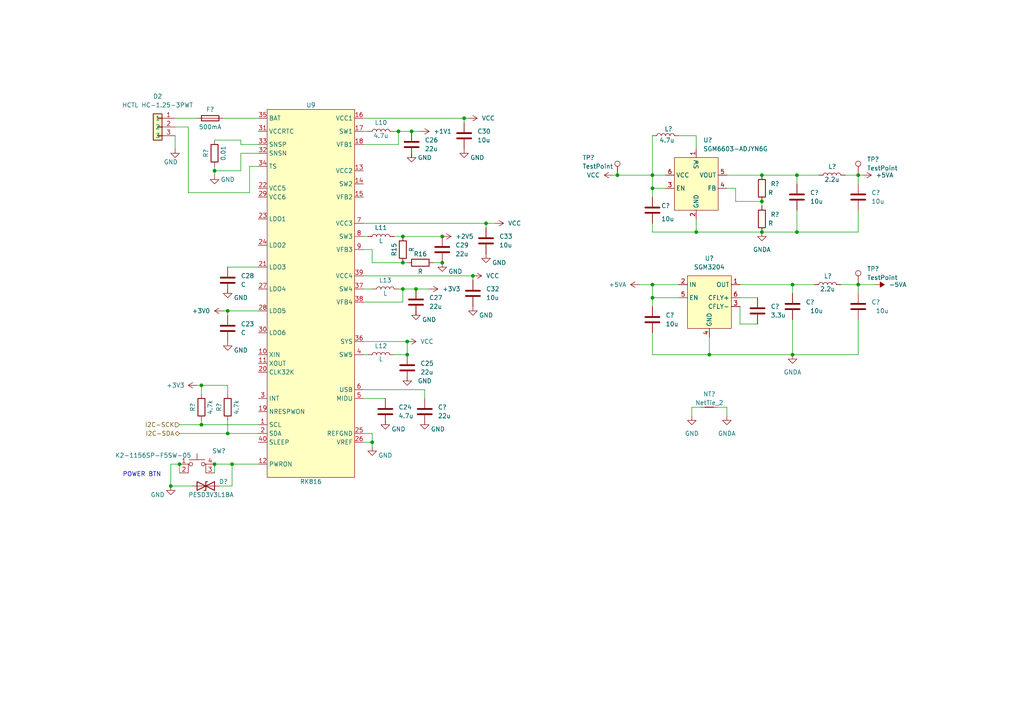
<source format=kicad_sch>
(kicad_sch (version 20211123) (generator eeschema)
  (paper "A4")
  (lib_symbols
    (symbol "Connector:TestPoint" (pin_numbers hide) (pin_names (offset 0.762) hide)
      (property "Reference" "TP" (at 0 6.858 0))
      (property "Value" "TestPoint" (at 0 5.08 0))
      (symbol "TestPoint_0_1"
        (circle (center 0 3.302) (radius 0.762))
      )
      (symbol "TestPoint_1_1"
        (pin passive line (at 0 0 90) (length 2.54) (name "1") (number "1"))
      )
    )
    (symbol "Device:NetTie_2" (pin_numbers hide) (pin_names (offset 0) hide)
      (property "Reference" "NT" (at 0 1.27 0))
      (property "Value" "NetTie_2" (at 0 -1.27 0))
      (symbol "NetTie_2_0_1"
        (polyline (pts (xy -1.27 0) (xy 1.27 0)) (stroke (width 0.254)))
      )
      (symbol "NetTie_2_1_1"
        (pin passive line (at -2.54 0 0) (length 2.54) (name "1") (number "1"))
        (pin passive line (at 2.54 0 180) (length 2.54) (name "2") (number "2"))
      )
    )
    (symbol "power:+1V1" (power) (pin_names (offset 0))
      (property "Value" "+1V1" (at 0 3.556 0))
      (symbol "+1V1_0_1"
        (polyline (pts (xy -0.762 1.27) (xy 0 2.54)))
        (polyline (pts (xy 0 0) (xy 0 2.54)))
        (polyline (pts (xy 0 2.54) (xy 0.762 1.27)))
      )
      (symbol "+1V1_1_1"
        (pin power_in line (at 0 0 90) (length 0) hide (name "+1V1") (number "1"))
      )
    )
    (symbol "power:+2V5" (power) (pin_names (offset 0))
      (property "Value" "+2V5" (at 0 3.556 0))
      (symbol "+2V5_0_1"
        (polyline (pts (xy -0.762 1.27) (xy 0 2.54)))
        (polyline (pts (xy 0 0) (xy 0 2.54)))
        (polyline (pts (xy 0 2.54) (xy 0.762 1.27)))
      )
      (symbol "+2V5_1_1"
        (pin power_in line (at 0 0 90) (length 0) hide (name "+2V5") (number "1"))
      )
    )
    (symbol "power:+3V0" (power) (pin_names (offset 0))
      (property "Value" "+3V0" (at 0 3.556 0))
      (symbol "+3V0_0_1"
        (polyline (pts (xy -0.762 1.27) (xy 0 2.54)))
        (polyline (pts (xy 0 0) (xy 0 2.54)))
        (polyline (pts (xy 0 2.54) (xy 0.762 1.27)))
      )
      (symbol "+3V0_1_1"
        (pin power_in line (at 0 0 90) (length 0) hide (name "+3V0") (number "1"))
      )
    )
    (symbol "power:+3V3" (power) (pin_names (offset 0))
      (property "Value" "+3V3" (at 0 3.556 0))
      (symbol "+3V3_0_1"
        (polyline (pts (xy -0.762 1.27) (xy 0 2.54)))
        (polyline (pts (xy 0 0) (xy 0 2.54)))
        (polyline (pts (xy 0 2.54) (xy 0.762 1.27)))
      )
      (symbol "+3V3_1_1"
        (pin power_in line (at 0 0 90) (length 0) hide (name "+3V3") (number "1"))
      )
    )
    (symbol "power:+5VA" (power) (pin_names (offset 0))
      (property "Value" "+5VA" (at 0 3.556 0))
      (symbol "+5VA_0_1"
        (polyline (pts (xy -0.762 1.27) (xy 0 2.54)))
        (polyline (pts (xy 0 0) (xy 0 2.54)))
        (polyline (pts (xy 0 2.54) (xy 0.762 1.27)))
      )
      (symbol "+5VA_1_1"
        (pin power_in line (at 0 0 90) (length 0) hide (name "+5VA") (number "1"))
      )
    )
    (symbol "power:-5VA" (power) (pin_names (offset 0))
      (property "Value" "-5VA" (at 0 3.81 0))
      (symbol "-5VA_0_0"
        (pin power_in line (at 0 0 90) (length 0) hide (name "-5VA") (number "1"))
      )
      (symbol "-5VA_0_1"
        (polyline (pts (xy 0 0) (xy 0 1.27) (xy 0.762 1.27) (xy 0 2.54) (xy -0.762 1.27) (xy 0 1.27)) (fill (type outline)))
      )
    )
    (symbol "power:GND" (power) (pin_names (offset 0))
      (property "Value" "GND" (at 0 -3.81 0))
      (symbol "GND_0_1"
        (polyline (pts (xy 0 0) (xy 0 -1.27) (xy 1.27 -1.27) (xy 0 -2.54) (xy -1.27 -1.27) (xy 0 -1.27)))
      )
      (symbol "GND_1_1"
        (pin power_in line (at 0 0 270) (length 0) hide (name "GND") (number "1"))
      )
    )
    (symbol "power:GNDA" (power) (pin_names (offset 0))
      (property "Value" "GNDA" (at 0 -3.81 0))
      (symbol "GNDA_0_1"
        (polyline (pts (xy 0 0) (xy 0 -1.27) (xy 1.27 -1.27) (xy 0 -2.54) (xy -1.27 -1.27) (xy 0 -1.27)))
      )
      (symbol "GNDA_1_1"
        (pin power_in line (at 0 0 270) (length 0) hide (name "GNDA") (number "1"))
      )
    )
    (symbol "power:VCC" (power) (pin_names (offset 0))
      (property "Value" "VCC" (at 0 3.81 0))
      (symbol "VCC_0_1"
        (polyline (pts (xy -0.762 1.27) (xy 0 2.54)))
        (polyline (pts (xy 0 0) (xy 0 2.54)))
        (polyline (pts (xy 0 2.54) (xy 0.762 1.27)))
      )
      (symbol "VCC_1_1"
        (pin power_in line (at 0 0 90) (length 0) hide (name "VCC") (number "1"))
      )
    )
    (symbol "rlib_buttons:K2-1156SP-F5SW-05" (pin_names (offset 1.016) hide)
      (property "Reference" "SW" (at 2.54 6.35 0))
      (property "Value" "K2-1156SP-F5SW-05" (at 0 -3.175 0))
      (symbol "K2-1156SP-F5SW-05_0_1"
        (circle (center -1.778 2.54) (radius 0.508))
        (polyline (pts (xy -2.286 3.81) (xy 2.286 3.81)))
        (polyline (pts (xy 0 3.81) (xy 0 5.588)))
        (polyline (pts (xy -2.54 0) (xy -2.54 2.54) (xy -2.286 2.54)))
        (polyline (pts (xy 2.54 0) (xy 2.54 2.54) (xy 2.286 2.54)))
        (circle (center 1.778 2.54) (radius 0.508))
        (pin passive line (at -5.08 2.54 0) (length 2.54) (name "1") (number "1"))
        (pin passive line (at -5.08 0 0) (length 2.54) (name "2") (number "2"))
        (pin passive line (at 5.08 0 180) (length 2.54) (name "K") (number "3"))
        (pin passive line (at 5.08 2.54 180) (length 2.54) (name "A") (number "4"))
      )
    )
    (symbol "rlib_connectors:HCTL HC-1.25-3PWT"
      (property "Reference" "D" (at 0 11.43 0))
      (property "Value" "HCTL HC-1.25-3PWT" (at 0 -6.35 0))
      (symbol "HCTL HC-1.25-3PWT_1_1"
        (rectangle (start -1.27 -2.413) (end 0 -2.667) (stroke (width 0.1524)))
        (rectangle (start -1.27 0.127) (end 0 -0.127) (stroke (width 0.1524)))
        (rectangle (start -1.27 2.667) (end 0 2.413) (stroke (width 0.1524)))
        (rectangle (start -1.27 3.81) (end 1.27 -3.81) (stroke (width 0.254)) (fill (type background)))
        (pin passive line (at -5.08 2.54 0) (length 3.81) (name "1") (number "1"))
        (pin passive line (at -5.08 0 0) (length 3.81) (name "2") (number "2"))
        (pin passive line (at -5.08 -2.54 0) (length 3.81) (name "3") (number "3"))
      )
    )
    (symbol "rlib_ic:RK816"
      (property "Reference" "U" (at 0 3.81 0))
      (property "Value" "RK816" (at 1.27 -105.41 0))
      (symbol "RK816_0_0"
        (pin input line (at -13.97 -88.9 0) (length 2.54) (name "SCL") (number "1"))
        (pin input line (at -13.97 -68.58 0) (length 2.54) (name "XIN") (number "10"))
        (pin output line (at -13.97 -71.12 0) (length 2.54) (name "XOUT") (number "11"))
        (pin input line (at -13.97 -100.33 0) (length 2.54) (name "PWRON") (number "12"))
        (pin power_in line (at 16.51 -15.24 180) (length 2.54) (name "VCC2") (number "13"))
        (pin output line (at 16.51 -19.05 180) (length 2.54) (name "SW2") (number "14"))
        (pin input line (at 16.51 -22.86 180) (length 2.54) (name "VFB2") (number "15"))
        (pin power_in line (at 16.51 0 180) (length 2.54) (name "VCC1") (number "16"))
        (pin output line (at 16.51 -3.81 180) (length 2.54) (name "SW1") (number "17"))
        (pin input line (at 16.51 -7.62 180) (length 2.54) (name "VFB1") (number "18"))
        (pin input line (at -13.97 -85.09 0) (length 2.54) (name "NRESPWON") (number "19"))
        (pin bidirectional line (at -13.97 -91.44 0) (length 2.54) (name "SDA") (number "2"))
        (pin open_collector line (at -13.97 -73.66 0) (length 2.54) (name "CLK32K") (number "20"))
        (pin power_out line (at -13.97 -43.18 0) (length 2.54) (name "LDO3") (number "21"))
        (pin power_in line (at -13.97 -20.32 0) (length 2.54) (name "VCC5") (number "22"))
        (pin power_out line (at -13.97 -29.21 0) (length 2.54) (name "LDO1") (number "23"))
        (pin power_out line (at -13.97 -36.83 0) (length 2.54) (name "LDO2") (number "24"))
        (pin power_in line (at 16.51 -91.44 180) (length 2.54) (name "REFGND") (number "25"))
        (pin power_in line (at 16.51 -93.98 180) (length 2.54) (name "VREF") (number "26"))
        (pin power_out line (at -13.97 -49.53 0) (length 2.54) (name "LDO4") (number "27"))
        (pin power_out line (at -13.97 -55.88 0) (length 2.54) (name "LDO5") (number "28"))
        (pin power_in line (at -13.97 -22.86 0) (length 2.54) (name "VCC6") (number "29"))
        (pin open_collector line (at -13.97 -81.28 0) (length 2.54) (name "INT") (number "3"))
        (pin power_out line (at -13.97 -62.23 0) (length 2.54) (name "LDO6") (number "30"))
        (pin power_in line (at -13.97 -3.81 0) (length 2.54) (name "VCCRTC") (number "31"))
        (pin input line (at -13.97 -10.16 0) (length 2.54) (name "SNSN") (number "32"))
        (pin input line (at -13.97 -7.62 0) (length 2.54) (name "SNSP") (number "33"))
        (pin input line (at -13.97 -13.97 0) (length 2.54) (name "TS") (number "34"))
        (pin power_in line (at -13.97 0 0) (length 2.54) (name "BAT") (number "35"))
        (pin power_out line (at 16.51 -64.77 180) (length 2.54) (name "SYS") (number "36"))
        (pin output line (at 16.51 -49.53 180) (length 2.54) (name "SW4") (number "37"))
        (pin input line (at 16.51 -53.34 180) (length 2.54) (name "VFB4") (number "38"))
        (pin power_in line (at 16.51 -45.72 180) (length 2.54) (name "VCC4") (number "39"))
        (pin input line (at 16.51 -68.58 180) (length 2.54) (name "SW5") (number "4"))
        (pin power_in line (at -13.97 -93.98 0) (length 2.54) (name "SLEEP") (number "40"))
        (pin output line (at 16.51 -81.28 180) (length 2.54) (name "MIDU") (number "5"))
        (pin input line (at 16.51 -78.74 180) (length 2.54) (name "USB") (number "6"))
        (pin power_in line (at 16.51 -30.48 180) (length 2.54) (name "VCC3") (number "7"))
        (pin output line (at 16.51 -34.29 180) (length 2.54) (name "SW3") (number "8"))
        (pin input line (at 16.51 -38.1 180) (length 2.54) (name "VFB3") (number "9"))
      )
      (symbol "RK816_0_1"
        (rectangle (start -11.43 2.54) (end 13.97 -104.14) (fill (type background)))
      )
    )
    (symbol "rlib_passive:C" (pin_numbers hide) (pin_names (offset 0.254))
      (property "Reference" "C" (at 0.635 2.54 0))
      (property "Value" "C" (at 0.635 -2.54 0))
      (symbol "C_0_1"
        (polyline (pts (xy -2.032 -0.762) (xy 2.032 -0.762)) (stroke (width 0.508)))
        (polyline (pts (xy -2.032 0.762) (xy 2.032 0.762)) (stroke (width 0.508)))
      )
      (symbol "C_1_1"
        (pin passive line (at 0 3.81 270) (length 2.794) (name "~") (number "1"))
        (pin passive line (at 0 -3.81 90) (length 2.794) (name "~") (number "2"))
      )
    )
    (symbol "rlib_passive:Fuse" (pin_numbers hide) (pin_names (offset 0))
      (property "Reference" "F" (at 2.032 0 90))
      (property "Value" "Fuse" (at -1.905 0 90))
      (symbol "Fuse_0_1"
        (rectangle (start -0.762 -2.54) (end 0.762 2.54) (stroke (width 0.254)))
        (polyline (pts (xy 0 2.54) (xy 0 -2.54)))
      )
      (symbol "Fuse_1_1"
        (pin passive line (at 0 3.81 270) (length 1.27) (name "~") (number "1"))
        (pin passive line (at 0 -3.81 90) (length 1.27) (name "~") (number "2"))
      )
    )
    (symbol "rlib_passive:L" (pin_numbers hide) (pin_names (offset 1.016) hide)
      (property "Reference" "L" (at -1.27 0 90))
      (property "Value" "L" (at 1.905 0 90))
      (symbol "L_0_1"
        (arc (start 0 -2.54) (mid 0.635 -1.905) (end 0 -1.27))
        (arc (start 0 -1.27) (mid 0.635 -0.635) (end 0 0))
        (arc (start 0 0) (mid 0.635 0.635) (end 0 1.27))
        (arc (start 0 1.27) (mid 0.635 1.905) (end 0 2.54))
      )
      (symbol "L_1_1"
        (pin passive line (at 0 3.81 270) (length 1.27) (name "1") (number "1"))
        (pin passive line (at 0 -3.81 90) (length 1.27) (name "2") (number "2"))
      )
    )
    (symbol "rlib_passive:PESD3V3L1BA" (pin_numbers hide) (pin_names (offset 1.016) hide)
      (property "Reference" "D" (at 0 2.54 0))
      (property "Value" "PESD3V3L1BA" (at 0 -2.54 0))
      (symbol "PESD3V3L1BA_0_1"
        (polyline (pts (xy 1.27 0) (xy -1.27 0)))
        (polyline (pts (xy 0.508 1.27) (xy 0 1.27) (xy 0 -1.27) (xy -0.508 -1.27)) (stroke (width 0.254)))
        (polyline (pts (xy -2.54 1.27) (xy -2.54 -1.27) (xy 2.54 1.27) (xy 2.54 -1.27) (xy -2.54 1.27)) (stroke (width 0.254)))
      )
      (symbol "PESD3V3L1BA_1_1"
        (pin passive line (at -3.81 0 0) (length 2.54) (name "A1") (number "1"))
        (pin passive line (at 3.81 0 180) (length 2.54) (name "A2") (number "2"))
      )
    )
    (symbol "rlib_passive:R" (pin_numbers hide) (pin_names (offset 0))
      (property "Reference" "R" (at 2.032 0 90))
      (property "Value" "R" (at 0 0 90))
      (symbol "R_0_1"
        (rectangle (start -1.016 -2.54) (end 1.016 2.54) (stroke (width 0.254)))
      )
      (symbol "R_1_1"
        (pin passive line (at 0 3.81 270) (length 1.27) (name "~") (number "1"))
        (pin passive line (at 0 -3.81 90) (length 1.27) (name "~") (number "2"))
      )
    )
    (symbol "rlib_power:SGM3204"
      (property "Reference" "U" (at 0 8.89 0))
      (property "Value" "SGM3204" (at 6.35 -8.89 0))
      (symbol "SGM3204_0_0"
        (pin power_out line (at 8.89 5.08 180) (length 2.54) (name "OUT") (number "1"))
        (pin power_in line (at -8.89 5.08 0) (length 2.54) (name "IN") (number "2"))
        (pin output line (at 8.89 -1.27 180) (length 2.54) (name "CFLY-") (number "3"))
        (pin power_in line (at 0 -10.16 90) (length 2.54) (name "GND") (number "4"))
        (pin input line (at -8.89 1.27 0) (length 2.54) (name "EN") (number "5"))
        (pin input line (at 8.89 1.27 180) (length 2.54) (name "CFLY+") (number "6"))
      )
      (symbol "SGM3204_0_1"
        (rectangle (start -6.35 7.62) (end 6.35 -7.62) (fill (type background)))
      )
    )
    (symbol "rlib_power:SGM6603-ADJYN6G"
      (property "Reference" "U" (at 2.54 6.35 0))
      (property "Value" "SGM6603-ADJYN6G" (at 11.43 -11.43 0))
      (symbol "SGM6603-ADJYN6G_0_0"
        (pin input line (at 0 7.62 270) (length 2.54) (name "SW") (number "1"))
        (pin power_in line (at 0 -12.7 90) (length 2.54) (name "GND") (number "2"))
        (pin input line (at -8.89 -3.81 0) (length 2.54) (name "EN") (number "3"))
        (pin input line (at 8.89 -3.81 180) (length 2.54) (name "FB") (number "4"))
        (pin power_out line (at 8.89 0 180) (length 2.54) (name "VOUT") (number "5"))
        (pin power_in line (at -8.89 0 0) (length 2.54) (name "VCC") (number "6"))
      )
      (symbol "SGM6603-ADJYN6G_0_1"
        (rectangle (start -6.35 5.08) (end 6.35 -10.16) (fill (type background)))
      )
    )
  )
  (junction (at 52.07 134.62))
  (junction (at 220.98 67.31))
  (junction (at 119.38 38.1))
  (junction (at 128.27 68.58))
  (junction (at 189.23 86.36))
  (junction (at 229.87 102.87))
  (junction (at 220.98 58.42))
  (junction (at 189.23 82.55))
  (junction (at 116.84 76.2))
  (junction (at 116.84 83.82))
  (junction (at 67.31 134.62))
  (junction (at 248.92 82.55))
  (junction (at 137.16 80.01))
  (junction (at 49.53 140.97))
  (junction (at 62.23 134.62))
  (junction (at 120.65 83.82))
  (junction (at 62.23 49.53))
  (junction (at 179.07 50.8))
  (junction (at 189.23 54.61))
  (junction (at 118.11 102.87))
  (junction (at 58.42 111.76))
  (junction (at 107.95 128.27))
  (junction (at 118.11 99.06))
  (junction (at 134.62 34.29))
  (junction (at 231.14 67.31))
  (junction (at 231.14 50.8))
  (junction (at 220.98 50.8))
  (junction (at 140.97 64.77))
  (junction (at 229.87 82.55))
  (junction (at 66.04 125.73))
  (junction (at 128.27 76.2))
  (junction (at 205.74 102.87))
  (junction (at 66.04 90.17))
  (junction (at 115.57 38.1))
  (junction (at 201.93 67.31))
  (junction (at 248.92 50.8))
  (junction (at 58.42 123.19))
  (junction (at 116.84 68.58))
  (junction (at 189.23 50.8))
  (wire (pts (xy 116.84 83.82) (xy 120.65 83.82)))
  (wire (pts (xy 115.57 41.91) (xy 115.57 38.1)))
  (wire (pts (xy 123.19 113.03) (xy 123.19 115.57)))
  (wire (pts (xy 72.39 48.26) (xy 74.93 48.26)))
  (wire (pts (xy 134.62 34.29) (xy 135.89 34.29)))
  (wire (pts (xy 115.57 83.82) (xy 116.84 83.82)))
  (wire (pts (xy 105.41 80.01) (xy 137.16 80.01)))
  (wire (pts (xy 213.36 58.42) (xy 220.98 58.42)))
  (wire (pts (xy 231.14 50.8) (xy 237.49 50.8)))
  (wire (pts (xy 69.85 40.64) (xy 69.85 41.91)))
  (wire (pts (xy 62.23 49.53) (xy 69.85 49.53)))
  (wire (pts (xy 119.38 38.1) (xy 121.92 38.1)))
  (wire (pts (xy 62.23 48.26) (xy 62.23 49.53)))
  (wire (pts (xy 179.07 50.8) (xy 189.23 50.8)))
  (wire (pts (xy 66.04 125.73) (xy 74.93 125.73)))
  (wire (pts (xy 248.92 60.96) (xy 248.92 67.31)))
  (wire (pts (xy 213.36 54.61) (xy 213.36 58.42)))
  (wire (pts (xy 205.74 102.87) (xy 229.87 102.87)))
  (wire (pts (xy 66.04 77.47) (xy 74.93 77.47)))
  (wire (pts (xy 111.76 121.92) (xy 111.76 123.19)))
  (wire (pts (xy 214.63 82.55) (xy 229.87 82.55)))
  (wire (pts (xy 229.87 92.71) (xy 229.87 102.87)))
  (wire (pts (xy 62.23 134.62) (xy 67.31 134.62)))
  (wire (pts (xy 248.92 102.87) (xy 229.87 102.87)))
  (wire (pts (xy 189.23 50.8) (xy 193.04 50.8)))
  (wire (pts (xy 200.66 120.65) (xy 200.66 118.11)))
  (wire (pts (xy 72.39 55.88) (xy 72.39 48.26)))
  (wire (pts (xy 205.74 102.87) (xy 205.74 97.79)))
  (wire (pts (xy 189.23 54.61) (xy 189.23 50.8)))
  (wire (pts (xy 250.19 50.8) (xy 248.92 50.8)))
  (wire (pts (xy 201.93 67.31) (xy 220.98 67.31)))
  (wire (pts (xy 57.15 111.76) (xy 58.42 111.76)))
  (wire (pts (xy 105.41 102.87) (xy 106.68 102.87)))
  (wire (pts (xy 134.62 35.56) (xy 134.62 34.29)))
  (wire (pts (xy 66.04 111.76) (xy 66.04 114.3)))
  (wire (pts (xy 69.85 49.53) (xy 69.85 44.45)))
  (wire (pts (xy 105.41 64.77) (xy 140.97 64.77)))
  (wire (pts (xy 189.23 82.55) (xy 196.85 82.55)))
  (wire (pts (xy 140.97 66.04) (xy 140.97 64.77)))
  (wire (pts (xy 111.76 115.57) (xy 105.41 115.57)))
  (wire (pts (xy 231.14 67.31) (xy 220.98 67.31)))
  (wire (pts (xy 107.95 125.73) (xy 107.95 128.27)))
  (wire (pts (xy 49.53 134.62) (xy 52.07 134.62)))
  (wire (pts (xy 220.98 58.42) (xy 220.98 59.69)))
  (wire (pts (xy 50.8 39.37) (xy 50.8 43.18)))
  (wire (pts (xy 52.07 123.19) (xy 58.42 123.19)))
  (wire (pts (xy 58.42 111.76) (xy 66.04 111.76)))
  (wire (pts (xy 185.42 82.55) (xy 189.23 82.55)))
  (wire (pts (xy 64.77 34.29) (xy 74.93 34.29)))
  (wire (pts (xy 229.87 82.55) (xy 236.22 82.55)))
  (wire (pts (xy 123.19 121.92) (xy 123.19 123.19)))
  (wire (pts (xy 214.63 93.98) (xy 219.71 93.98)))
  (wire (pts (xy 137.16 81.28) (xy 137.16 80.01)))
  (wire (pts (xy 231.14 50.8) (xy 220.98 50.8)))
  (wire (pts (xy 248.92 82.55) (xy 254 82.55)))
  (wire (pts (xy 189.23 67.31) (xy 201.93 67.31)))
  (wire (pts (xy 69.85 41.91) (xy 74.93 41.91)))
  (wire (pts (xy 210.82 118.11) (xy 210.82 120.65)))
  (wire (pts (xy 118.11 109.22) (xy 118.11 110.49)))
  (wire (pts (xy 201.93 39.37) (xy 196.85 39.37)))
  (wire (pts (xy 125.73 76.2) (xy 128.27 76.2)))
  (wire (pts (xy 66.04 121.92) (xy 66.04 125.73)))
  (wire (pts (xy 245.11 50.8) (xy 248.92 50.8)))
  (wire (pts (xy 189.23 96.52) (xy 189.23 102.87)))
  (wire (pts (xy 50.8 34.29) (xy 57.15 34.29)))
  (wire (pts (xy 66.04 83.82) (xy 66.04 85.09)))
  (wire (pts (xy 229.87 82.55) (xy 229.87 85.09)))
  (wire (pts (xy 105.41 125.73) (xy 107.95 125.73)))
  (wire (pts (xy 201.93 43.18) (xy 201.93 39.37)))
  (wire (pts (xy 189.23 82.55) (xy 189.23 86.36)))
  (wire (pts (xy 243.84 82.55) (xy 248.92 82.55)))
  (wire (pts (xy 107.95 76.2) (xy 116.84 76.2)))
  (wire (pts (xy 107.95 72.39) (xy 107.95 76.2)))
  (wire (pts (xy 67.31 134.62) (xy 74.93 134.62)))
  (wire (pts (xy 201.93 63.5) (xy 201.93 67.31)))
  (wire (pts (xy 52.07 125.73) (xy 66.04 125.73)))
  (wire (pts (xy 189.23 86.36) (xy 196.85 86.36)))
  (wire (pts (xy 120.65 83.82) (xy 124.46 83.82)))
  (wire (pts (xy 105.41 68.58) (xy 106.68 68.58)))
  (wire (pts (xy 115.57 38.1) (xy 119.38 38.1)))
  (wire (pts (xy 107.95 128.27) (xy 105.41 128.27)))
  (wire (pts (xy 107.95 129.54) (xy 107.95 128.27)))
  (wire (pts (xy 118.11 99.06) (xy 118.11 102.87)))
  (wire (pts (xy 214.63 86.36) (xy 219.71 86.36)))
  (wire (pts (xy 105.41 87.63) (xy 116.84 87.63)))
  (wire (pts (xy 193.04 54.61) (xy 189.23 54.61)))
  (wire (pts (xy 189.23 86.36) (xy 189.23 88.9)))
  (wire (pts (xy 214.63 88.9) (xy 214.63 93.98)))
  (wire (pts (xy 64.77 90.17) (xy 66.04 90.17)))
  (wire (pts (xy 63.5 140.97) (xy 67.31 140.97)))
  (wire (pts (xy 58.42 114.3) (xy 58.42 111.76)))
  (wire (pts (xy 105.41 41.91) (xy 115.57 41.91)))
  (wire (pts (xy 189.23 54.61) (xy 189.23 57.15)))
  (wire (pts (xy 105.41 113.03) (xy 123.19 113.03)))
  (wire (pts (xy 210.82 54.61) (xy 213.36 54.61)))
  (wire (pts (xy 114.3 68.58) (xy 116.84 68.58)))
  (wire (pts (xy 67.31 134.62) (xy 67.31 140.97)))
  (wire (pts (xy 189.23 102.87) (xy 205.74 102.87)))
  (wire (pts (xy 52.07 134.62) (xy 52.07 137.16)))
  (wire (pts (xy 49.53 140.97) (xy 49.53 134.62)))
  (wire (pts (xy 66.04 90.17) (xy 74.93 90.17)))
  (wire (pts (xy 50.8 36.83) (xy 54.61 36.83)))
  (wire (pts (xy 116.84 68.58) (xy 128.27 68.58)))
  (wire (pts (xy 105.41 38.1) (xy 106.68 38.1)))
  (wire (pts (xy 189.23 39.37) (xy 189.23 50.8)))
  (wire (pts (xy 69.85 44.45) (xy 74.93 44.45)))
  (wire (pts (xy 105.41 83.82) (xy 107.95 83.82)))
  (wire (pts (xy 62.23 40.64) (xy 69.85 40.64)))
  (wire (pts (xy 116.84 87.63) (xy 116.84 83.82)))
  (wire (pts (xy 248.92 67.31) (xy 231.14 67.31)))
  (wire (pts (xy 248.92 50.8) (xy 248.92 53.34)))
  (wire (pts (xy 119.38 44.45) (xy 119.38 45.72)))
  (wire (pts (xy 231.14 60.96) (xy 231.14 67.31)))
  (wire (pts (xy 248.92 82.55) (xy 248.92 85.09)))
  (wire (pts (xy 116.84 76.2) (xy 118.11 76.2)))
  (wire (pts (xy 105.41 99.06) (xy 118.11 99.06)))
  (wire (pts (xy 248.92 92.71) (xy 248.92 102.87)))
  (wire (pts (xy 114.3 38.1) (xy 115.57 38.1)))
  (wire (pts (xy 120.65 90.17) (xy 120.65 91.44)))
  (wire (pts (xy 200.66 118.11) (xy 203.2 118.11)))
  (wire (pts (xy 143.51 64.77) (xy 140.97 64.77)))
  (wire (pts (xy 208.28 118.11) (xy 210.82 118.11)))
  (wire (pts (xy 55.88 140.97) (xy 49.53 140.97)))
  (wire (pts (xy 54.61 36.83) (xy 54.61 55.88)))
  (wire (pts (xy 105.41 34.29) (xy 134.62 34.29)))
  (wire (pts (xy 66.04 91.44) (xy 66.04 90.17)))
  (wire (pts (xy 210.82 50.8) (xy 220.98 50.8)))
  (wire (pts (xy 177.8 50.8) (xy 179.07 50.8)))
  (wire (pts (xy 105.41 72.39) (xy 107.95 72.39)))
  (wire (pts (xy 54.61 55.88) (xy 72.39 55.88)))
  (wire (pts (xy 62.23 134.62) (xy 62.23 137.16)))
  (wire (pts (xy 58.42 123.19) (xy 74.93 123.19)))
  (wire (pts (xy 62.23 49.53) (xy 62.23 50.8)))
  (wire (pts (xy 231.14 50.8) (xy 231.14 53.34)))
  (wire (pts (xy 189.23 64.77) (xy 189.23 67.31)))
  (wire (pts (xy 58.42 121.92) (xy 58.42 123.19)))
  (wire (pts (xy 118.11 102.87) (xy 114.3 102.87)))
  (text "POWER BTN" (at 35.56 138.43 0) (effects (font (size 1.27 1.27)) (justify left bottom)))
  (hierarchical_label "I2C-SCK" (shape input) (at 52.07 123.19 180))
  (hierarchical_label "I2C-SDA" (shape bidirectional) (at 52.07 125.73 180))
  (symbol (lib_id "power:GND") (at 123.19 121.92 0) (unit 1)
    (property "Reference" "#PWR?" (effects hide))
    (property "Value" "GND" (at 127 124.46 0))
  )
  (symbol (lib_id "rlib_passive:C") (at 248.92 57.15 0) (unit 1)
    (property "Reference" "C?" (at 252.73 55.8799 0) (effects (justify left)))
    (property "Value" "10u" (at 252.73 58.4199 0) (effects (justify left)))
  )
  (symbol (lib_id "rlib_passive:Fuse") (at 60.96 34.29 90) (unit 1)
    (property "Reference" "F?" (at 60.96 31.75 90))
    (property "Value" "500mA" (at 60.96 36.83 90))
    (property "Footprint" "rlib_passive:FUSC3216X85N" (effects hide))
  )
  (symbol (lib_id "power:+3V3") (at 124.46 83.82 270) (unit 1)
    (property "Reference" "#PWR0132" (effects hide))
    (property "Value" "+3V3" (at 128.27 83.8199 90) (effects (justify left)))
  )
  (symbol (lib_id "power:GND") (at 66.04 83.82 0) (unit 1)
    (property "Reference" "#PWR0127" (effects hide))
    (property "Value" "GND" (at 69.85 86.36 0))
  )
  (symbol (lib_id "rlib_passive:C") (at 219.71 90.17 0) (unit 1)
    (property "Reference" "C?" (at 223.52 88.8999 0) (effects (justify left)))
    (property "Value" "3.3u" (at 223.52 91.4399 0) (effects (justify left)))
  )
  (symbol (lib_id "power:VCC") (at 135.89 34.29 270) (unit 1)
    (property "Reference" "#PWR0144" (effects hide))
    (property "Value" "VCC" (at 139.7 34.2899 90) (effects (justify left)))
  )
  (symbol (lib_id "power:GND") (at 140.97 73.66 0) (unit 1)
    (property "Reference" "#PWR0134" (effects hide))
    (property "Value" "GND" (at 144.78 76.2 0))
  )
  (symbol (lib_id "power:GND") (at 118.11 109.22 0) (unit 1)
    (property "Reference" "#PWR0137" (effects hide))
    (property "Value" "GND" (at 123.19 110.49 0))
  )
  (symbol (lib_id "rlib_buttons:K2-1156SP-F5SW-05") (at 57.15 137.16 0) (unit 1)
    (property "Reference" "SW?" (at 63.5 130.81 0))
    (property "Value" "K2-1156SP-F5SW-05" (at 44.45 132.08 0))
    (property "Footprint" "rlib_buttons:K2-1156SP-F5SW-05" (effects hide))
  )
  (symbol (lib_id "power:GND") (at 200.66 120.65 0) (unit 1)
    (property "Reference" "#PWR?" (effects hide))
    (property "Value" "GND" (at 200.66 125.73 0))
  )
  (symbol (lib_id "power:+2V5") (at 128.27 68.58 270) (unit 1)
    (property "Reference" "#PWR0130" (effects hide))
    (property "Value" "+2V5" (at 132.08 68.5799 90) (effects (justify left)))
  )
  (symbol (lib_id "rlib_passive:L") (at 193.04 39.37 90) (unit 1)
    (property "Reference" "L?" (at 193.8924 37.4122 90))
    (property "Value" "4.7u" (at 193.4551 40.6915 90))
    (property "Footprint" "rlib_passive:IND_LQH32PN4R7NN0L" (effects hide))
  )
  (symbol (lib_id "power:+3V3") (at 57.15 111.76 90) (unit 1)
    (property "Reference" "#PWR?" (effects hide))
    (property "Value" "+3V3" (at 48.26 111.76 90) (effects (justify right)))
  )
  (symbol (lib_id "rlib_passive:L") (at 240.03 82.55 90) (unit 1)
    (property "Reference" "L?" (at 240.1172 80.0751 90))
    (property "Value" "2.2u" (at 240.03 83.82 90))
    (property "Footprint" "rlib_passive:IND_LQH32PN4R7NN0L" (effects hide))
  )
  (symbol (lib_id "power:GND") (at 128.27 76.2 0) (unit 1)
    (property "Reference" "#PWR0131" (effects hide))
    (property "Value" "GND" (at 132.08 78.74 0))
  )
  (symbol (lib_id "power:GND") (at 137.16 88.9 0) (unit 1)
    (property "Reference" "#PWR0128" (effects hide))
    (property "Value" "GND" (at 140.97 91.44 0))
  )
  (symbol (lib_id "power:GNDA") (at 229.87 102.87 0) (unit 1)
    (property "Reference" "#PWR?" (effects hide))
    (property "Value" "GNDA" (at 229.87 107.95 0))
  )
  (symbol (lib_id "rlib_passive:L") (at 241.3 50.8 90) (unit 1)
    (property "Reference" "L?" (at 241.3872 48.3251 90))
    (property "Value" "2.2u" (at 241.3 52.07 90))
    (property "Footprint" "rlib_passive:IND_LQH32PN4R7NN0L" (effects hide))
  )
  (symbol (lib_id "power:GND") (at 66.04 99.06 0) (unit 1)
    (property "Reference" "#PWR0139" (effects hide))
    (property "Value" "GND" (at 69.85 101.6 0))
  )
  (symbol (lib_id "rlib_passive:C") (at 231.14 57.15 0) (unit 1)
    (property "Reference" "C?" (at 234.95 55.8799 0) (effects (justify left)))
    (property "Value" "10u" (at 234.95 58.4199 0) (effects (justify left)))
  )
  (symbol (lib_id "power:GND") (at 107.95 129.54 0) (unit 1)
    (property "Reference" "#PWR0142" (effects hide))
    (property "Value" "GND" (at 111.76 132.08 0))
  )
  (symbol (lib_id "rlib_passive:L") (at 110.49 102.87 90) (unit 1)
    (property "Reference" "L12" (at 110.49 100.33 90))
    (property "Value" "L" (at 110.49 104.14 90))
    (property "Footprint" "rlib_passive:INDC2520X120N" (effects hide))
  )
  (symbol (lib_id "rlib_passive:R") (at 62.23 44.45 180) (unit 1)
    (property "Reference" "R?" (at 59.69 44.45 90))
    (property "Value" "0.01" (at 64.77 44.45 90))
  )
  (symbol (lib_id "rlib_passive:L") (at 110.49 68.58 90) (unit 1)
    (property "Reference" "L11" (at 110.49 66.04 90))
    (property "Value" "L" (at 110.49 69.85 90))
    (property "Footprint" "rlib_passive:INDC2520X120N" (effects hide))
  )
  (symbol (lib_id "power:VCC") (at 118.11 99.06 270) (unit 1)
    (property "Reference" "#PWR0138" (effects hide))
    (property "Value" "VCC" (at 121.92 99.0599 90) (effects (justify left)))
  )
  (symbol (lib_id "power:GND") (at 49.53 140.97 0) (unit 1)
    (property "Reference" "#PWR?" (effects hide))
    (property "Value" "GND" (at 45.72 143.51 0))
  )
  (symbol (lib_id "rlib_passive:C") (at 134.62 39.37 0) (unit 1)
    (property "Reference" "C30" (at 138.43 38.0999 0) (effects (justify left)))
    (property "Value" "10u" (at 138.43 40.6399 0) (effects (justify left)))
  )
  (symbol (lib_id "power:GNDA") (at 220.98 67.31 0) (unit 1)
    (property "Reference" "#PWR?" (effects hide))
    (property "Value" "GNDA" (at 220.98 72.39 0))
  )
  (symbol (lib_id "rlib_passive:R") (at 66.04 118.11 180) (unit 1)
    (property "Reference" "R?" (at 63.5 118.11 90))
    (property "Value" "4.7k" (at 68.58 118.11 90))
  )
  (symbol (lib_id "rlib_passive:C") (at 111.76 119.38 0) (unit 1)
    (property "Reference" "C24" (at 115.57 118.1099 0) (effects (justify left)))
    (property "Value" "4.7u" (at 115.57 120.6499 0) (effects (justify left)))
  )
  (symbol (lib_id "rlib_passive:R") (at 116.84 72.39 180) (unit 1)
    (property "Reference" "R15" (at 114.3 72.39 90))
    (property "Value" "R" (at 119.38 72.39 90))
  )
  (symbol (lib_id "rlib_passive:C") (at 119.38 41.91 0) (unit 1)
    (property "Reference" "C26" (at 123.19 40.6399 0) (effects (justify left)))
    (property "Value" "22u" (at 123.19 43.1799 0) (effects (justify left)))
  )
  (symbol (lib_id "rlib_passive:C") (at 140.97 69.85 0) (unit 1)
    (property "Reference" "C33" (at 144.78 68.5799 0) (effects (justify left)))
    (property "Value" "10u" (at 144.78 71.1199 0) (effects (justify left)))
  )
  (symbol (lib_id "Connector:TestPoint") (at 248.92 50.8 0) (unit 1)
    (property "Reference" "TP?" (at 251.46 46.2279 0) (effects (justify left)))
    (property "Value" "TestPoint" (at 251.46 48.7679 0) (effects (justify left)))
  )
  (symbol (lib_id "power:+1V1") (at 121.92 38.1 270) (unit 1)
    (property "Reference" "#PWR0213" (effects hide))
    (property "Value" "+1V1" (at 125.73 38.0999 90) (effects (justify left)))
  )
  (symbol (lib_id "power:GND") (at 134.62 43.18 0) (unit 1)
    (property "Reference" "#PWR0199" (effects hide))
    (property "Value" "GND" (at 138.43 45.72 0))
  )
  (symbol (lib_id "rlib_passive:R") (at 58.42 118.11 180) (unit 1)
    (property "Reference" "R?" (at 55.88 118.11 90))
    (property "Value" "4.7k" (at 60.96 118.11 90))
  )
  (symbol (lib_id "rlib_passive:C") (at 128.27 72.39 0) (unit 1)
    (property "Reference" "C29" (at 132.08 71.1199 0) (effects (justify left)))
    (property "Value" "22u" (at 132.08 73.6599 0) (effects (justify left)))
  )
  (symbol (lib_id "power:GND") (at 111.76 121.92 0) (unit 1)
    (property "Reference" "#PWR0141" (effects hide))
    (property "Value" "GND" (at 115.57 124.46 0))
  )
  (symbol (lib_id "power:VCC") (at 143.51 64.77 270) (unit 1)
    (property "Reference" "#PWR0135" (effects hide))
    (property "Value" "VCC" (at 147.32 64.7699 90) (effects (justify left)))
  )
  (symbol (lib_id "rlib_passive:C") (at 189.23 92.71 0) (unit 1)
    (property "Reference" "C?" (at 193.04 91.4399 0) (effects (justify left)))
    (property "Value" "10u" (at 193.04 93.9799 0) (effects (justify left)))
  )
  (symbol (lib_id "Device:NetTie_2") (at 205.74 118.11 0) (unit 1)
    (property "Reference" "NT?" (at 205.74 114.3 0))
    (property "Value" "NetTie_2" (at 205.74 116.84 0))
  )
  (symbol (lib_id "power:+3V0") (at 64.77 90.17 90) (unit 1)
    (property "Reference" "#PWR0140" (effects hide))
    (property "Value" "+3V0" (at 60.96 90.1699 90) (effects (justify left)))
  )
  (symbol (lib_id "rlib_passive:R") (at 220.98 54.61 180) (unit 1)
    (property "Reference" "R?" (at 224.79 53.34 0))
    (property "Value" "R" (at 223.52 55.88 0))
  )
  (symbol (lib_id "rlib_passive:C") (at 189.23 60.96 0) (unit 1)
    (property "Reference" "C?" (at 191.77 59.69 0) (effects (justify left)))
    (property "Value" "10u" (at 191.77 63.5 0) (effects (justify left)))
  )
  (symbol (lib_id "power:VCC") (at 177.8 50.8 90) (mirror x) (unit 1)
    (property "Reference" "#PWR?" (effects hide))
    (property "Value" "VCC" (at 170.18 50.8 90) (effects (justify right)))
  )
  (symbol (lib_id "power:GND") (at 119.38 44.45 0) (unit 1)
    (property "Reference" "#PWR0212" (effects hide))
    (property "Value" "GND" (at 123.19 45.72 0))
  )
  (symbol (lib_id "rlib_power:SGM6603-ADJYN6G") (at 201.93 50.8 0) (unit 1)
    (property "Reference" "U?" (at 203.9494 40.64 0) (effects (justify left)))
    (property "Value" "SGM6603-ADJYN6G" (at 203.9494 43.18 0) (effects (justify left)))
    (property "Footprint" "rlib_power:SOT-23-6" (effects hide))
    (property "Datasheet" "${RLIB}/power/datasheets/SGM6603.pdf" (effects hide))
  )
  (symbol (lib_id "power:-5VA") (at 254 82.55 270) (unit 1)
    (property "Reference" "#PWR?" (effects hide))
    (property "Value" "-5VA" (at 257.81 82.5499 90) (effects (justify left)))
  )
  (symbol (lib_id "rlib_passive:C") (at 248.92 88.9 0) (unit 1)
    (property "Reference" "C?" (at 252.73 87.63 0) (effects (justify left)))
    (property "Value" "10u" (at 254 90.17 0) (effects (justify left)))
  )
  (symbol (lib_id "power:+5VA") (at 250.19 50.8 270) (unit 1)
    (property "Reference" "#PWR?" (effects hide))
    (property "Value" "+5VA" (at 254 50.7999 90) (effects (justify left)))
  )
  (symbol (lib_id "rlib_passive:C") (at 66.04 95.25 0) (unit 1)
    (property "Reference" "C23" (at 69.85 93.9799 0) (effects (justify left)))
    (property "Value" "C" (at 69.85 96.5199 0) (effects (justify left)))
  )
  (symbol (lib_id "rlib_power:SGM3204") (at 205.74 87.63 0) (unit 1)
    (property "Reference" "U?" (at 205.74 74.93 0))
    (property "Value" "SGM3204" (at 205.74 77.47 0))
    (property "Footprint" "rlib_power:SOT-23-6" (effects hide))
    (property "Datasheet" "${RLIB}/power/datasheets/SGM3204.pdf" (effects hide))
  )
  (symbol (lib_id "rlib_passive:L") (at 110.49 38.1 90) (unit 1)
    (property "Reference" "L10" (at 110.49 35.56 90))
    (property "Value" "4.7u" (at 110.49 39.37 90))
    (property "Footprint" "rlib_passive:IND_LQH32PN4R7NN0L" (effects hide))
  )
  (symbol (lib_id "rlib_passive:L") (at 111.76 83.82 90) (unit 1)
    (property "Reference" "L13" (at 111.76 81.28 90))
    (property "Value" "L" (at 111.76 85.09 90))
    (property "Footprint" "rlib_passive:INDC2520X120N" (effects hide))
  )
  (symbol (lib_id "rlib_passive:C") (at 229.87 88.9 0) (unit 1)
    (property "Reference" "C?" (at 233.68 87.63 0) (effects (justify left)))
    (property "Value" "10u" (at 234.95 90.17 0) (effects (justify left)))
  )
  (symbol (lib_id "power:GND") (at 120.65 90.17 0) (unit 1)
    (property "Reference" "#PWR0136" (effects hide))
    (property "Value" "GND" (at 124.46 92.71 0))
  )
  (symbol (lib_id "power:+5VA") (at 185.42 82.55 90) (unit 1)
    (property "Reference" "#PWR?" (effects hide))
    (property "Value" "+5VA" (at 176.53 82.55 90) (effects (justify right)))
  )
  (symbol (lib_id "power:GND") (at 62.23 50.8 0) (unit 1)
    (property "Reference" "#PWR?" (effects hide))
    (property "Value" "GND" (at 66.04 52.07 0))
  )
  (symbol (lib_id "rlib_connectors:HCTL HC-1.25-3PWT") (at 45.72 36.83 0) (mirror y) (unit 1)
    (property "Reference" "D2" (at 45.72 27.94 0))
    (property "Value" "HCTL HC-1.25-3PWT" (at 45.72 30.48 0))
    (property "Footprint" "rlib_connectors:CONN-SMD_HC-1.25-3PWT" (effects hide))
  )
  (symbol (lib_id "Connector:TestPoint") (at 248.92 82.55 0) (unit 1)
    (property "Reference" "TP?" (at 251.46 77.9779 0) (effects (justify left)))
    (property "Value" "TestPoint" (at 251.46 80.5179 0) (effects (justify left)))
  )
  (symbol (lib_id "power:GNDA") (at 210.82 120.65 0) (unit 1)
    (property "Reference" "#PWR?" (effects hide))
    (property "Value" "GNDA" (at 210.82 125.73 0))
  )
  (symbol (lib_id "rlib_passive:R") (at 121.92 76.2 90) (unit 1)
    (property "Reference" "R16" (at 121.92 73.66 90))
    (property "Value" "R" (at 121.92 78.74 90))
  )
  (symbol (lib_id "rlib_passive:C") (at 118.11 106.68 0) (unit 1)
    (property "Reference" "C25" (at 121.92 105.4099 0) (effects (justify left)))
    (property "Value" "22u" (at 121.92 107.9499 0) (effects (justify left)))
  )
  (symbol (lib_id "rlib_passive:C") (at 137.16 85.09 0) (unit 1)
    (property "Reference" "C32" (at 140.97 83.8199 0) (effects (justify left)))
    (property "Value" "10u" (at 140.97 86.3599 0) (effects (justify left)))
  )
  (symbol (lib_id "rlib_passive:R") (at 220.98 63.5 180) (unit 1)
    (property "Reference" "R?" (at 224.79 62.23 0))
    (property "Value" "R" (at 223.52 64.77 0))
  )
  (symbol (lib_id "rlib_passive:C") (at 123.19 119.38 0) (unit 1)
    (property "Reference" "C?" (at 127 118.1099 0) (effects (justify left)))
    (property "Value" "22u" (at 127 120.6499 0) (effects (justify left)))
  )
  (symbol (lib_id "power:GND") (at 50.8 43.18 0) (unit 1)
    (property "Reference" "#PWR?" (effects hide))
    (property "Value" "GND" (at 49.53 46.99 0))
  )
  (symbol (lib_id "rlib_passive:C") (at 66.04 81.28 0) (unit 1)
    (property "Reference" "C28" (at 69.85 80.0099 0) (effects (justify left)))
    (property "Value" "C" (at 69.85 82.5499 0) (effects (justify left)))
  )
  (symbol (lib_id "power:VCC") (at 137.16 80.01 270) (unit 1)
    (property "Reference" "#PWR0129" (effects hide))
    (property "Value" "VCC" (at 140.97 80.0099 90) (effects (justify left)))
  )
  (symbol (lib_id "rlib_passive:C") (at 120.65 87.63 0) (unit 1)
    (property "Reference" "C27" (at 124.46 86.3599 0) (effects (justify left)))
    (property "Value" "22u" (at 124.46 88.8999 0) (effects (justify left)))
  )
  (symbol (lib_id "rlib_ic:RK816") (at 88.9 34.29 0) (unit 1)
    (property "Reference" "U9" (at 90.17 30.48 0))
    (property "Value" "RK816" (at 90.17 139.7 0))
    (property "Datasheet" "${RLIB}/power/datasheets/RK816.pdf" (effects hide))
  )
  (symbol (lib_id "Connector:TestPoint") (at 179.07 50.8 0) (unit 1)
    (property "Reference" "TP?" (at 168.91 45.72 0) (effects (justify left)))
    (property "Value" "TestPoint" (at 168.91 48.26 0) (effects (justify left)))
  )
  (symbol (lib_id "rlib_passive:PESD3V3L1BA") (at 59.69 140.97 180) (unit 1)
    (property "Reference" "D?" (at 63.5 139.7 0) (effects (justify right)))
    (property "Value" "PESD3V3L1BA" (at 54.61 143.51 0) (effects (justify right)))
    (property "Footprint" "rlib_passive:D_SOD-323F" (effects hide))
    (property "Datasheet" "${RLIB}/passive/datasheets/PESD3V3L1BA.pdf" (effects hide))
  )
)
</source>
